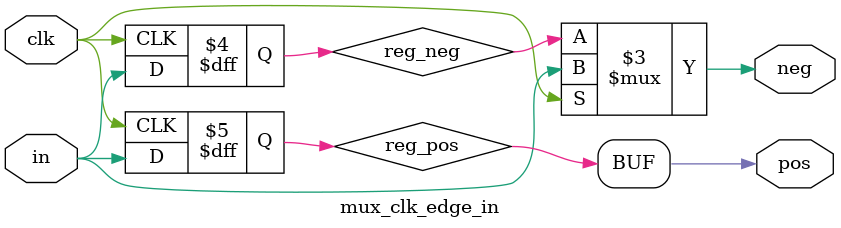
<source format=v>
`default_nettype none

`include "global.vh"
`include "config.vh"	// mulu_m7q7.vh

`define REG_NEG 1
`define REG_POS 1

module mux_clk_edge_in #(
    parameter	WIDTH = 1,
    parameter   REG_NEG = 0,
    parameter   REG_POS = 0
) (
    input				clk,
    input	[WIDTH-1:0]		in,

    output	[WIDTH-1:0]		neg,
    output	[WIDTH-1:0]		pos
);

`ifdef REG_POS
  reg [WIDTH-1:0] reg_pos;
  always@(posedge clk) begin
    reg_pos <= in;
  end
//  assign pos = clk ? in : reg_pos;
  assign pos = reg_pos;
`else
//  always_comb begi
//    if clk begin
//       pos = in;
//    end else begin
//       pos = 0; //WIDTH'b0;
//    end
//    pos = clk ? in : 0;
//  end
  assign pos = clk ? in : 0; // WIDTH'b0;
`endif

`ifdef REG_NEG
  reg [WIDTH-1:0] reg_neg;
  always @(negedge clk) begin
    reg_neg <= in;
  end
  assign neg = clk ? in : reg_neg;
//  assign neg = reg_neg; // : in;
`else
//  always_comb begin
//    neg <= 0;
//  end
  assign neg = clk ? 0 : in;	// WIDTH'b0
`endif

endmodule

</source>
